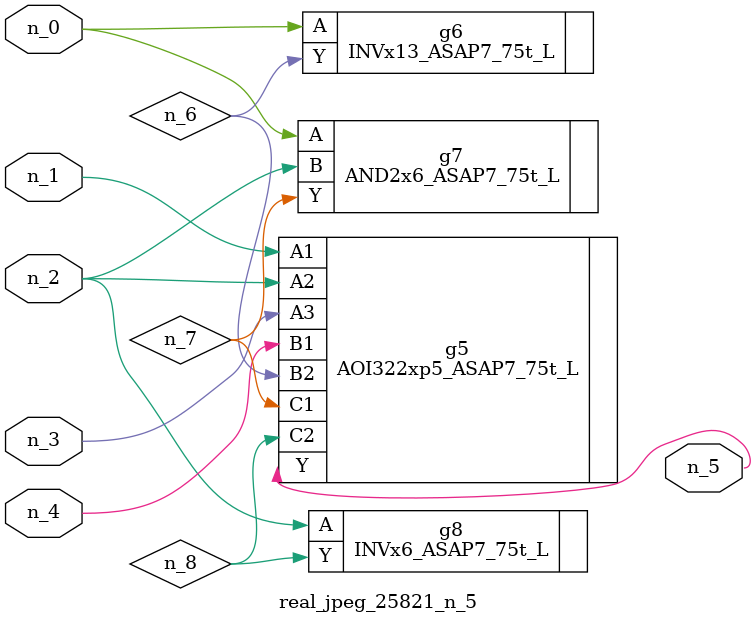
<source format=v>
module real_jpeg_25821_n_5 (n_4, n_0, n_1, n_2, n_3, n_5);

input n_4;
input n_0;
input n_1;
input n_2;
input n_3;

output n_5;

wire n_8;
wire n_6;
wire n_7;

INVx13_ASAP7_75t_L g6 ( 
.A(n_0),
.Y(n_6)
);

AND2x6_ASAP7_75t_L g7 ( 
.A(n_0),
.B(n_2),
.Y(n_7)
);

AOI322xp5_ASAP7_75t_L g5 ( 
.A1(n_1),
.A2(n_2),
.A3(n_3),
.B1(n_4),
.B2(n_6),
.C1(n_7),
.C2(n_8),
.Y(n_5)
);

INVx6_ASAP7_75t_L g8 ( 
.A(n_2),
.Y(n_8)
);


endmodule
</source>
